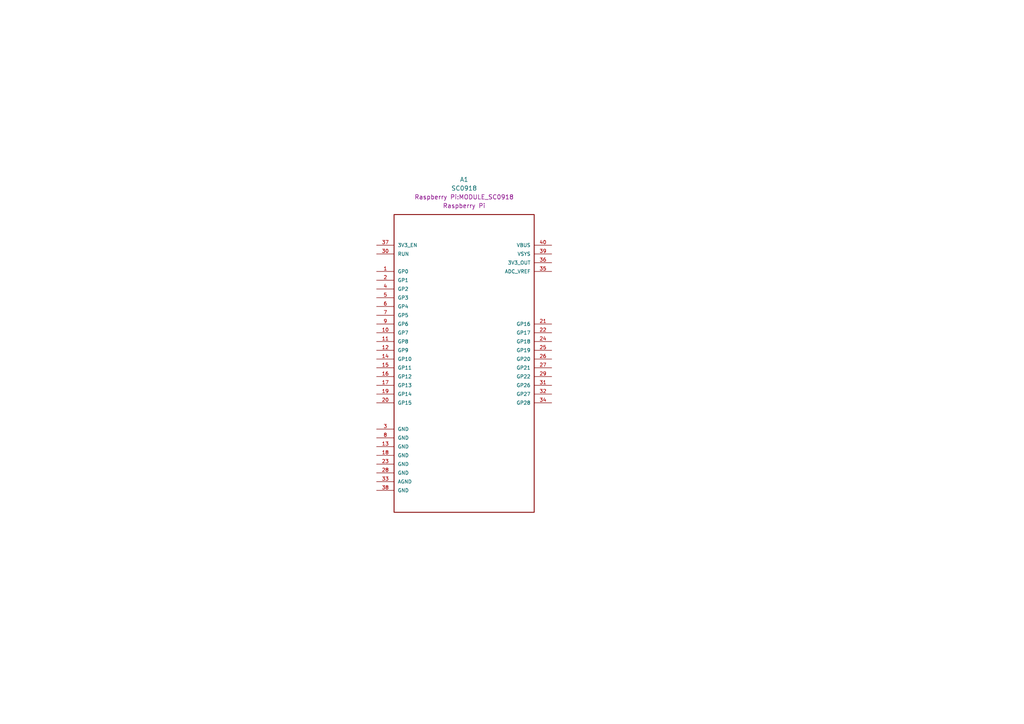
<source format=kicad_sch>
(kicad_sch (version 20230121) (generator eeschema)
  (paper "A4")
  (title_block (title "Picohttpsensor"))
  (lib_symbols
    (symbol "Raspberry_Pi_Pico_W_SC0918:SC0918" (pin_names (offset 1.016))
      (property "Reference" "A1" (at 0 58.42 0))
      (property "Value" "SC0918" (at 0 55.88 0))
      (property "Footprint" "Raspberry Pi:MODULE_SC0918" (at -12.7 -46.99 0))
      (property "manufacturer" "Raspberry Pi" (at 0 53.34 0))
      (symbol "SC0918_0_0"
        (rectangle (start -20.32 -43.18) (end 20.32 43.18) (stroke (width 0.254)))
        (pin bidirectional line (at -25.4 26.67 0) (length 5.08) (name "GP0") (number "1"))
        (pin bidirectional line (at -25.4 8.89 0) (length 5.08) (name "GP7") (number "10"))
        (pin bidirectional line (at -25.4 6.35 0) (length 5.08) (name "GP8") (number "11"))
        (pin bidirectional line (at -25.4 3.81 0) (length 5.08) (name "GP9") (number "12"))
        (pin power_in line (at -25.4 -24.13 0) (length 5.08) (name "GND") (number "13"))
        (pin bidirectional line (at -25.4 1.27 0) (length 5.08) (name "GP10") (number "14"))
        (pin bidirectional line (at -25.4 -1.27 0) (length 5.08) (name "GP11") (number "15"))
        (pin bidirectional line (at -25.4 -3.81 0) (length 5.08) (name "GP12") (number "16"))
        (pin bidirectional line (at -25.4 -6.35 0) (length 5.08) (name "GP13") (number "17"))
        (pin power_in line (at -25.4 -26.67 0) (length 5.08) (name "GND") (number "18"))
        (pin bidirectional line (at -25.4 -8.89 0) (length 5.08) (name "GP14") (number "19"))
        (pin bidirectional line (at -25.4 24.13 0) (length 5.08) (name "GP1") (number "2"))
        (pin bidirectional line (at -25.4 -11.43 0) (length 5.08) (name "GP15") (number "20"))
        (pin bidirectional line (at 25.4 11.43 180) (length 5.08) (name "GP16") (number "21"))
        (pin bidirectional line (at 25.4 8.89 180) (length 5.08) (name "GP17") (number "22"))
        (pin power_in line (at -25.4 -29.21 0) (length 5.08) (name "GND") (number "23"))
        (pin bidirectional line (at 25.4 6.35 180) (length 5.08) (name "GP18") (number "24"))
        (pin bidirectional line (at 25.4 3.81 180) (length 5.08) (name "GP19") (number "25"))
        (pin bidirectional line (at 25.4 1.27 180) (length 5.08) (name "GP20") (number "26"))
        (pin bidirectional line (at 25.4 -1.27 180) (length 5.08) (name "GP21") (number "27"))
        (pin power_in line (at -25.4 -31.75 0) (length 5.08) (name "GND") (number "28"))
        (pin bidirectional line (at 25.4 -3.81 180) (length 5.08) (name "GP22") (number "29"))
        (pin power_in line (at -25.4 -19.05 0) (length 5.08) (name "GND") (number "3"))
        (pin input line (at -25.4 31.75 0) (length 5.08) (name "RUN") (number "30"))
        (pin bidirectional line (at 25.4 -6.35 180) (length 5.08) (name "GP26") (number "31"))
        (pin bidirectional line (at 25.4 -8.89 180) (length 5.08) (name "GP27") (number "32"))
        (pin power_in line (at -25.4 -34.29 0) (length 5.08) (name "AGND") (number "33"))
        (pin bidirectional line (at 25.4 -11.43 180) (length 5.08) (name "GP28") (number "34"))
        (pin power_in line (at 25.4 26.67 180) (length 5.08) (name "ADC_VREF") (number "35"))
        (pin power_in line (at 25.4 29.21 180) (length 5.08) (name "3V3_OUT") (number "36"))
        (pin input line (at -25.4 34.29 0) (length 5.08) (name "3V3_EN") (number "37"))
        (pin power_in line (at -25.4 -36.83 0) (length 5.08) (name "GND") (number "38"))
        (pin free line (at 25.4 31.75 180) (length 5.08) (name "VSYS") (number "39"))
        (pin bidirectional line (at -25.4 21.59 0) (length 5.08) (name "GP2") (number "4"))
        (pin free line (at 25.4 34.29 180) (length 5.08) (name "VBUS") (number "40"))
        (pin bidirectional line (at -25.4 19.05 0) (length 5.08) (name "GP3") (number "5"))
        (pin bidirectional line (at -25.4 16.51 0) (length 5.08) (name "GP4") (number "6"))
        (pin bidirectional line (at -25.4 13.97 0) (length 5.08) (name "GP5") (number "7"))
        (pin power_in line (at -25.4 -21.59 0) (length 5.08) (name "GND") (number "8"))
        (pin bidirectional line (at -25.4 11.43 0) (length 5.08) (name "GP6") (number "9"))
      )
    )
  )
  (symbol (lib_id "Raspberry_Pi_Pico_W_SC0918:SC0918") (at 134.62 105.41 0) (unit 1)
    (property "Reference" "A1" (at 134.62 52.07 0))
    (property "Value" "SC0918" (at 134.62 54.61 0))
    (property "Footprint" "Raspberry Pi:MODULE_SC0918" (at 134.62 57.15 0))
    (property "Datasheet" "https://datasheets.raspberrypi.com/picow/pico-w-datasheet.pdf" (effects hide))
    (property "manufacturer" "Raspberry Pi" (at 134.62 59.69 0))
    (property "P/N" "SC0918" (effects hide))
    (property "PARTREV" "1.6" (effects hide))
    (property "MAXIMUM_PACKAGE_HEIGHT" "3.73mm" (effects hide))
  )
)
</source>
